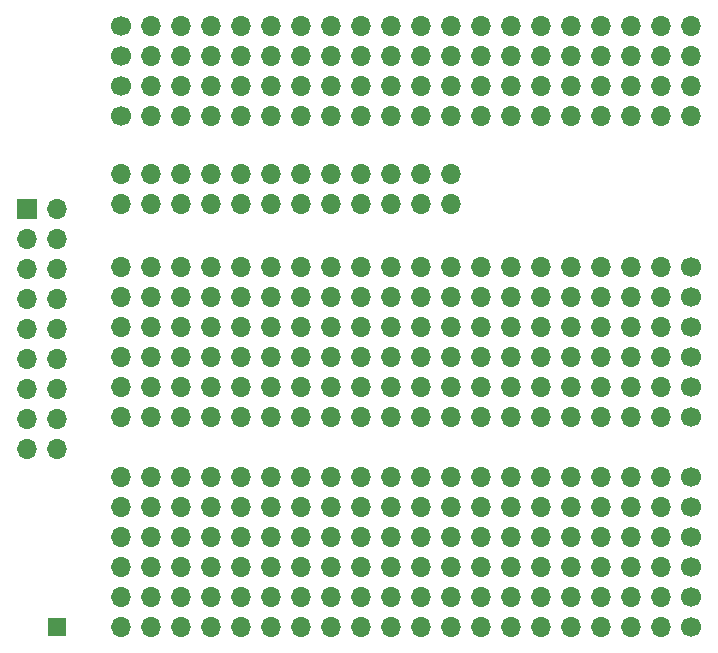
<source format=gbs>
G04 #@! TF.GenerationSoftware,KiCad,Pcbnew,8.0.8*
G04 #@! TF.CreationDate,2025-02-19T14:08:19-05:00*
G04 #@! TF.ProjectId,plot_gerbers,706c6f74-5f67-4657-9262-6572732e6b69,rev?*
G04 #@! TF.SameCoordinates,Original*
G04 #@! TF.FileFunction,Soldermask,Bot*
G04 #@! TF.FilePolarity,Negative*
%FSLAX46Y46*%
G04 Gerber Fmt 4.6, Leading zero omitted, Abs format (unit mm)*
G04 Created by KiCad (PCBNEW 8.0.8) date 2025-02-19 14:08:19*
%MOMM*%
%LPD*%
G01*
G04 APERTURE LIST*
%ADD10C,1.700000*%
%ADD11O,1.700000X1.700000*%
%ADD12R,1.700000X1.700000*%
%ADD13R,1.500000X1.500000*%
G04 APERTURE END LIST*
D10*
X132379972Y-89925028D03*
X132379972Y-87385028D03*
X132379972Y-84845028D03*
X132379972Y-82305028D03*
D11*
X134919972Y-89925028D03*
X134919972Y-87385028D03*
X134919972Y-84845028D03*
X134919972Y-82305028D03*
X137459972Y-89925028D03*
X137459972Y-87385028D03*
X137459972Y-84845028D03*
X137459972Y-82305028D03*
X139999972Y-89925028D03*
X139999972Y-87385028D03*
X139999972Y-84845028D03*
X139999972Y-82305028D03*
X142539972Y-89925028D03*
X142539972Y-87385028D03*
X142539972Y-84845028D03*
X142539972Y-82305028D03*
X145079972Y-89925028D03*
X145079972Y-87385028D03*
X145079972Y-84845028D03*
X145079972Y-82305028D03*
X147619972Y-89925028D03*
X147619972Y-87385028D03*
X147619972Y-84845028D03*
X147619972Y-82305028D03*
X150159972Y-89925028D03*
X150159972Y-87385028D03*
X150159972Y-84845028D03*
X150159972Y-82305028D03*
X152699972Y-89925028D03*
X152699972Y-87385028D03*
X152699972Y-84845028D03*
X152699972Y-82305028D03*
X155239972Y-89925028D03*
X155239972Y-87385028D03*
X155239972Y-84845028D03*
X155239972Y-82305028D03*
X157779972Y-89925028D03*
X157779972Y-87385028D03*
X157779972Y-84845028D03*
X157779972Y-82305028D03*
X160319972Y-89925028D03*
X160319972Y-87385028D03*
X160319972Y-84845028D03*
X160319972Y-82305028D03*
X162859972Y-89925028D03*
X162859972Y-87385028D03*
X162859972Y-84845028D03*
X162859972Y-82305028D03*
X165399972Y-89925028D03*
X165399972Y-87385028D03*
X165399972Y-84845028D03*
X165399972Y-82305028D03*
X167939972Y-89925028D03*
X167939972Y-87385028D03*
X167939972Y-84845028D03*
X167939972Y-82305028D03*
X170479972Y-89925028D03*
X170479972Y-87385028D03*
X170479972Y-84845028D03*
X170479972Y-82305028D03*
X173019972Y-89925028D03*
X173019972Y-87385028D03*
X173019972Y-84845028D03*
X173019972Y-82305028D03*
X175559972Y-89925028D03*
X175559972Y-87385028D03*
X175559972Y-84845028D03*
X175559972Y-82305028D03*
X178099972Y-89925028D03*
X178099972Y-87385028D03*
X178099972Y-84845028D03*
X178099972Y-82305028D03*
X180639972Y-89925028D03*
X180639972Y-87385028D03*
X180639972Y-84845028D03*
X180639972Y-82305028D03*
D12*
X124469972Y-97790028D03*
D11*
X127009972Y-97790028D03*
X124469972Y-100330028D03*
X127009972Y-100330028D03*
X124469972Y-102870028D03*
X127009972Y-102870028D03*
X124469972Y-105410028D03*
X127009972Y-105410028D03*
X124469972Y-107950028D03*
X127009972Y-107950028D03*
X124469972Y-110490028D03*
X127009972Y-110490028D03*
X124469972Y-113030028D03*
X127009972Y-113030028D03*
X124469972Y-115570028D03*
X127009972Y-115570028D03*
X124469972Y-118110028D03*
X127009972Y-118110028D03*
D13*
X127019972Y-133210028D03*
D10*
X180669972Y-102760028D03*
X180669972Y-105300028D03*
X180669972Y-107840028D03*
X180669972Y-110380028D03*
X180669972Y-112920028D03*
X180669972Y-115460028D03*
D11*
X178129972Y-102760028D03*
X178129972Y-105300028D03*
X178129972Y-107840028D03*
X178129972Y-110380028D03*
X178129972Y-112920028D03*
X178129972Y-115460028D03*
X175589972Y-102760028D03*
X175589972Y-105300028D03*
X175589972Y-107840028D03*
X175589972Y-110380028D03*
X175589972Y-112920028D03*
X175589972Y-115460028D03*
X173049972Y-102760028D03*
X173049972Y-105300028D03*
X173049972Y-107840028D03*
X173049972Y-110380028D03*
X173049972Y-112920028D03*
X173049972Y-115460028D03*
X170509972Y-102760028D03*
X170509972Y-105300028D03*
X170509972Y-107840028D03*
X170509972Y-110380028D03*
X170509972Y-112920028D03*
X170509972Y-115460028D03*
X167969972Y-102760028D03*
X167969972Y-105300028D03*
X167969972Y-107840028D03*
X167969972Y-110380028D03*
X167969972Y-112920028D03*
X167969972Y-115460028D03*
X165429972Y-102760028D03*
X165429972Y-105300028D03*
X165429972Y-107840028D03*
X165429972Y-110380028D03*
X165429972Y-112920028D03*
X165429972Y-115460028D03*
X162889972Y-102760028D03*
X162889972Y-105300028D03*
X162889972Y-107840028D03*
X162889972Y-110380028D03*
X162889972Y-112920028D03*
X162889972Y-115460028D03*
X160349972Y-102760028D03*
X160349972Y-105300028D03*
X160349972Y-107840028D03*
X160349972Y-110380028D03*
X160349972Y-112920028D03*
X160349972Y-115460028D03*
X157809972Y-102760028D03*
X157809972Y-105300028D03*
X157809972Y-107840028D03*
X157809972Y-110380028D03*
X157809972Y-112920028D03*
X157809972Y-115460028D03*
X155269972Y-102760028D03*
X155269972Y-105300028D03*
X155269972Y-107840028D03*
X155269972Y-110380028D03*
X155269972Y-112920028D03*
X155269972Y-115460028D03*
X152729972Y-102760028D03*
X152729972Y-105300028D03*
X152729972Y-107840028D03*
X152729972Y-110380028D03*
X152729972Y-112920028D03*
X152729972Y-115460028D03*
X150189972Y-102760028D03*
X150189972Y-105300028D03*
X150189972Y-107840028D03*
X150189972Y-110380028D03*
X150189972Y-112920028D03*
X150189972Y-115460028D03*
X147649972Y-102760028D03*
X147649972Y-105300028D03*
X147649972Y-107840028D03*
X147649972Y-110380028D03*
X147649972Y-112920028D03*
X147649972Y-115460028D03*
X145109972Y-102760028D03*
X145109972Y-105300028D03*
X145109972Y-107840028D03*
X145109972Y-110380028D03*
X145109972Y-112920028D03*
X145109972Y-115460028D03*
X142569972Y-102760028D03*
X142569972Y-105300028D03*
X142569972Y-107840028D03*
X142569972Y-110380028D03*
X142569972Y-112920028D03*
X142569972Y-115460028D03*
X140029972Y-102760028D03*
X140029972Y-105300028D03*
X140029972Y-107840028D03*
X140029972Y-110380028D03*
X140029972Y-112920028D03*
X140029972Y-115460028D03*
X137489972Y-102760028D03*
X137489972Y-105300028D03*
X137489972Y-107840028D03*
X137489972Y-110380028D03*
X137489972Y-112920028D03*
X137489972Y-115460028D03*
X134949972Y-102760028D03*
X134949972Y-105300028D03*
X134949972Y-107840028D03*
X134949972Y-110380028D03*
X134949972Y-112920028D03*
X134949972Y-115460028D03*
X132409972Y-102760028D03*
X132409972Y-105300028D03*
X132409972Y-107840028D03*
X132409972Y-110380028D03*
X132409972Y-112920028D03*
X132409972Y-115460028D03*
D10*
X180669972Y-120540028D03*
X180669972Y-123080028D03*
X180669972Y-125620028D03*
X180669972Y-128160028D03*
X180669972Y-130700028D03*
X180669972Y-133240028D03*
D11*
X178129972Y-120540028D03*
X178129972Y-123080028D03*
X178129972Y-125620028D03*
X178129972Y-128160028D03*
X178129972Y-130700028D03*
X178129972Y-133240028D03*
X175589972Y-120540028D03*
X175589972Y-123080028D03*
X175589972Y-125620028D03*
X175589972Y-128160028D03*
X175589972Y-130700028D03*
X175589972Y-133240028D03*
X173049972Y-120540028D03*
X173049972Y-123080028D03*
X173049972Y-125620028D03*
X173049972Y-128160028D03*
X173049972Y-130700028D03*
X173049972Y-133240028D03*
X170509972Y-120540028D03*
X170509972Y-123080028D03*
X170509972Y-125620028D03*
X170509972Y-128160028D03*
X170509972Y-130700028D03*
X170509972Y-133240028D03*
X167969972Y-120540028D03*
X167969972Y-123080028D03*
X167969972Y-125620028D03*
X167969972Y-128160028D03*
X167969972Y-130700028D03*
X167969972Y-133240028D03*
X165429972Y-120540028D03*
X165429972Y-123080028D03*
X165429972Y-125620028D03*
X165429972Y-128160028D03*
X165429972Y-130700028D03*
X165429972Y-133240028D03*
X162889972Y-120540028D03*
X162889972Y-123080028D03*
X162889972Y-125620028D03*
X162889972Y-128160028D03*
X162889972Y-130700028D03*
X162889972Y-133240028D03*
X160349972Y-120540028D03*
X160349972Y-123080028D03*
X160349972Y-125620028D03*
X160349972Y-128160028D03*
X160349972Y-130700028D03*
X160349972Y-133240028D03*
X157809972Y-120540028D03*
X157809972Y-123080028D03*
X157809972Y-125620028D03*
X157809972Y-128160028D03*
X157809972Y-130700028D03*
X157809972Y-133240028D03*
X155269972Y-120540028D03*
X155269972Y-123080028D03*
X155269972Y-125620028D03*
X155269972Y-128160028D03*
X155269972Y-130700028D03*
X155269972Y-133240028D03*
X152729972Y-120540028D03*
X152729972Y-123080028D03*
X152729972Y-125620028D03*
X152729972Y-128160028D03*
X152729972Y-130700028D03*
X152729972Y-133240028D03*
X150189972Y-120540028D03*
X150189972Y-123080028D03*
X150189972Y-125620028D03*
X150189972Y-128160028D03*
X150189972Y-130700028D03*
X150189972Y-133240028D03*
X147649972Y-120540028D03*
X147649972Y-123080028D03*
X147649972Y-125620028D03*
X147649972Y-128160028D03*
X147649972Y-130700028D03*
X147649972Y-133240028D03*
X145109972Y-120540028D03*
X145109972Y-123080028D03*
X145109972Y-125620028D03*
X145109972Y-128160028D03*
X145109972Y-130700028D03*
X145109972Y-133240028D03*
X142569972Y-120540028D03*
X142569972Y-123080028D03*
X142569972Y-125620028D03*
X142569972Y-128160028D03*
X142569972Y-130700028D03*
X142569972Y-133240028D03*
X140029972Y-120540028D03*
X140029972Y-123080028D03*
X140029972Y-125620028D03*
X140029972Y-128160028D03*
X140029972Y-130700028D03*
X140029972Y-133240028D03*
X137489972Y-120540028D03*
X137489972Y-123080028D03*
X137489972Y-125620028D03*
X137489972Y-128160028D03*
X137489972Y-130700028D03*
X137489972Y-133240028D03*
X134949972Y-120540028D03*
X134949972Y-123080028D03*
X134949972Y-125620028D03*
X134949972Y-128160028D03*
X134949972Y-130700028D03*
X134949972Y-133240028D03*
X132409972Y-120540028D03*
X132409972Y-123080028D03*
X132409972Y-125620028D03*
X132409972Y-128160028D03*
X132409972Y-130700028D03*
X132409972Y-133240028D03*
X132429972Y-94860028D03*
X132429972Y-97400028D03*
X134969972Y-94860028D03*
X134969972Y-97400028D03*
X137509972Y-94860028D03*
X137509972Y-97400028D03*
X140049972Y-94860028D03*
X140049972Y-97400028D03*
X142589972Y-94860028D03*
X142589972Y-97400028D03*
X145129972Y-94860028D03*
X145129972Y-97400028D03*
X147669972Y-94860028D03*
X147669972Y-97400028D03*
X150209972Y-94860028D03*
X150209972Y-97400028D03*
X152749972Y-94860028D03*
X152749972Y-97400028D03*
X155289972Y-94860028D03*
X155289972Y-97400028D03*
X157829972Y-94860028D03*
X157829972Y-97400028D03*
X160369972Y-94860028D03*
X160369972Y-97400028D03*
M02*

</source>
